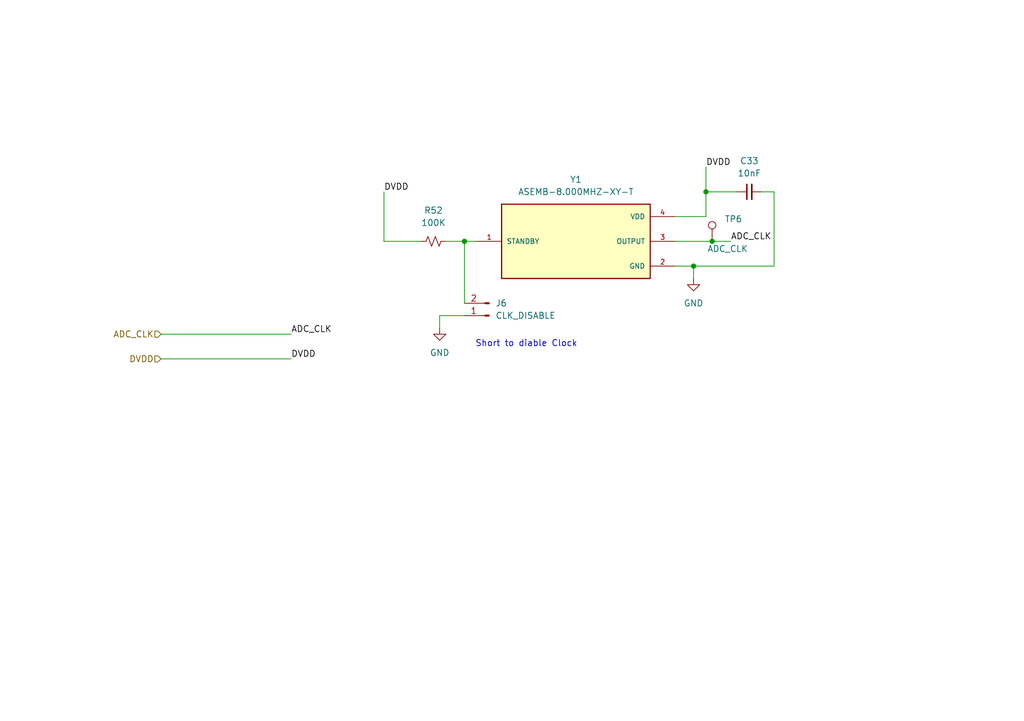
<source format=kicad_sch>
(kicad_sch (version 20231120) (generator "eeschema") (generator_version "8.0")
  (paper "A5")
  (lib_symbols
    (symbol "Connector:Conn_01x02_Pin" (pin_names (offset 1.016) hide)
      (property "Reference" "J" (at 0 2.54 0))
      (property "Value" "Conn_01x02_Pin" (at 0 -5.08 0))
      (symbol "Conn_01x02_Pin_1_1"
        (polyline (pts (xy 1.27 -2.54) (xy 0.8636 -2.54)) (stroke (width 0.1524)))
        (polyline (pts (xy 1.27 0) (xy 0.8636 0)) (stroke (width 0.1524)))
        (rectangle (start 0.8636 -2.413) (end 0 -2.667) (stroke (width 0.1524)) (fill (type outline)))
        (rectangle (start 0.8636 0.127) (end 0 -0.127) (stroke (width 0.1524)) (fill (type outline)))
        (pin passive line (at 5.08 0 180) (length 3.81) (name "Pin_1") (number "1"))
        (pin passive line (at 5.08 -2.54 180) (length 3.81) (name "Pin_2") (number "2"))
      )
    )
    (symbol "Connector:TestPoint" (pin_numbers hide) (pin_names (offset 0.762) hide)
      (property "Reference" "TP" (at 0 6.858 0))
      (property "Value" "TestPoint" (at 0 5.08 0))
      (symbol "TestPoint_0_1"
        (circle (center 0 3.302) (radius 0.762))
      )
      (symbol "TestPoint_1_1"
        (pin passive line (at 0 0 90) (length 2.54) (name "1") (number "1"))
      )
    )
    (symbol "Device:C_Small" (pin_numbers hide) (pin_names (offset 0.254) hide)
      (property "Reference" "C" (at 0.254 1.778 0))
      (property "Value" "C_Small" (at 0.254 -2.032 0))
      (symbol "C_Small_0_1"
        (polyline (pts (xy -1.524 -0.508) (xy 1.524 -0.508)) (stroke (width 0.3302)))
        (polyline (pts (xy -1.524 0.508) (xy 1.524 0.508)) (stroke (width 0.3048)))
      )
      (symbol "C_Small_1_1"
        (pin passive line (at 0 2.54 270) (length 2.032) (name "~") (number "1"))
        (pin passive line (at 0 -2.54 90) (length 2.032) (name "~") (number "2"))
      )
    )
    (symbol "Device:R_Small_US" (pin_numbers hide) (pin_names (offset 0.254) hide)
      (property "Reference" "R" (at 0.762 0.508 0))
      (property "Value" "R_Small_US" (at 0.762 -1.016 0))
      (symbol "R_Small_US_1_1"
        (polyline (pts (xy 0 0) (xy 1.016 -0.381) (xy 0 -0.762) (xy -1.016 -1.143) (xy 0 -1.524)))
        (polyline (pts (xy 0 1.524) (xy 1.016 1.143) (xy 0 0.762) (xy -1.016 0.381) (xy 0 0)))
        (pin passive line (at 0 2.54 270) (length 1.016) (name "~") (number "1"))
        (pin passive line (at 0 -2.54 90) (length 1.016) (name "~") (number "2"))
      )
    )
    (symbol "Project Symbol Library:ASEMB-8.000MHZ-XY-T" (pin_names (offset 1.016))
      (property "Reference" "Y" (at -15.24 8.128 0))
      (property "Value" "ASEMB-8.000MHZ-XY-T" (at -15.24 -10.16 0))
      (symbol "ASEMB-8.000MHZ-XY-T_0_0"
        (rectangle (start -15.24 -7.62) (end 15.24 7.62) (stroke (width 0.254)) (fill (type background)))
        (pin passive line (at -20.32 0 0) (length 5.08) (name "STANDBY") (number "1"))
        (pin power_in line (at 20.32 -5.08 180) (length 5.08) (name "GND") (number "2"))
        (pin output line (at 20.32 0 180) (length 5.08) (name "OUTPUT") (number "3"))
        (pin power_in line (at 20.32 5.08 180) (length 5.08) (name "VDD") (number "4"))
      )
    )
    (symbol "power:GND" (power) (pin_numbers hide) (pin_names (offset 0) hide)
      (property "Value" "GND" (at 0 -3.81 0))
      (symbol "GND_0_1"
        (polyline (pts (xy 0 0) (xy 0 -1.27) (xy 1.27 -1.27) (xy 0 -2.54) (xy -1.27 -1.27) (xy 0 -1.27)))
      )
      (symbol "GND_1_1"
        (pin power_in line (at 0 0 270) (length 0) (name "~") (number "1"))
      )
    )
  )
  (junction (at 146.05 49.53))
  (junction (at 142.24 54.61))
  (junction (at 144.78 39.37))
  (junction (at 95.25 49.53))
  (wire (pts (xy 95.25 49.53) (xy 97.79 49.53)))
  (wire (pts (xy 78.74 49.53) (xy 86.36 49.53)))
  (wire (pts (xy 95.25 49.53) (xy 95.25 62.23)))
  (wire (pts (xy 144.78 39.37) (xy 151.13 39.37)))
  (wire (pts (xy 138.43 49.53) (xy 146.05 49.53)))
  (wire (pts (xy 146.05 49.53) (xy 149.86 49.53)))
  (wire (pts (xy 158.75 39.37) (xy 158.75 54.61)))
  (wire (pts (xy 90.17 64.77) (xy 95.25 64.77)))
  (wire (pts (xy 78.74 39.37) (xy 78.74 49.53)))
  (wire (pts (xy 138.43 54.61) (xy 142.24 54.61)))
  (wire (pts (xy 33.02 73.66) (xy 59.69 73.66)))
  (wire (pts (xy 142.24 57.15) (xy 142.24 54.61)))
  (wire (pts (xy 144.78 39.37) (xy 144.78 44.45)))
  (wire (pts (xy 158.75 39.37) (xy 156.21 39.37)))
  (wire (pts (xy 144.78 44.45) (xy 138.43 44.45)))
  (wire (pts (xy 158.75 54.61) (xy 142.24 54.61)))
  (wire (pts (xy 91.44 49.53) (xy 95.25 49.53)))
  (wire (pts (xy 33.02 68.58) (xy 59.69 68.58)))
  (wire (pts (xy 144.78 34.29) (xy 144.78 39.37)))
  (wire (pts (xy 90.17 67.31) (xy 90.17 64.77)))
  (text "Short to diable Clock" (at 107.95 70.612 0) (effects (font (size 1.27 1.27))))
  (label "DVDD" (at 144.78 34.29 0))
  (label "DVDD" (at 59.69 73.66 0))
  (label "ADC_CLK" (at 59.69 68.58 0))
  (label "ADC_CLK" (at 149.86 49.53 0))
  (label "DVDD" (at 78.74 39.37 0))
  (hierarchical_label "DVDD" (shape input) (at 33.02 73.66 180))
  (hierarchical_label "ADC_CLK" (shape input) (at 33.02 68.58 180))
  (symbol (lib_id "Connector:Conn_01x02_Pin") (at 100.33 64.77 180) (unit 1)
    (property "Reference" "J6" (at 101.6 62.2299 0) (effects (justify right)))
    (property "Value" "CLK_DISABLE" (at 101.6 64.7699 0) (effects (justify right)))
    (property "Description" "Generic connector, single row, 01x02, script generated" (effects (hide yes)))
  )
  (symbol (lib_id "Project Symbol Library:ASEMB-8.000MHZ-XY-T") (at 118.11 49.53 0) (unit 1)
    (property "Reference" "Y1" (at 118.11 36.83 0))
    (property "Value" "ASEMB-8.000MHZ-XY-T" (at 118.11 39.37 0))
    (property "Footprint" "ASEMB-8.000MHZ-XY-T:XTAL_ASEMB-8.000MHZ-XY-T" (effects (hide yes)))
    (property "PARTREV" "1.4.2021" (effects (hide yes)))
    (property "STANDARD" "Manufacturer Recommendations" (effects (hide yes)))
    (property "SNAPEDA_PN" "ASEMB-8.000MHZ-XY-T" (effects (hide yes)))
    (property "MAXIMUM_PACKAGE_HEIGHT" "0.9 mm" (effects (hide yes)))
    (property "MANUFACTURER" "Abracon" (effects (hide yes)))
  )
  (symbol (lib_id "power:GND") (at 90.17 67.31 0) (unit 1)
    (property "Reference" "#PWR054" (effects (hide yes)))
    (property "Value" "GND" (at 90.17 72.39 0))
    (property "Description" "Power symbol creates a global label with name \"GND\" , ground" (effects (hide yes)))
  )
  (symbol (lib_id "Connector:TestPoint") (at 146.05 49.53 0) (unit 1)
    (property "Reference" "TP6" (at 148.59 44.9579 0) (effects (justify left)))
    (property "Value" "ADC_CLK" (at 145.034 51.054 0) (effects (justify left)))
    (property "Description" "test point" (effects (hide yes)))
  )
  (symbol (lib_id "Device:C_Small") (at 153.67 39.37 90) (unit 1)
    (property "Reference" "C33" (at 153.6763 33.02 90))
    (property "Value" "10nF" (at 153.6763 35.56 90))
    (property "Description" "Unpolarized capacitor, small symbol" (effects (hide yes)))
  )
  (symbol (lib_id "power:GND") (at 142.24 57.15 0) (unit 1)
    (property "Reference" "#PWR056" (effects (hide yes)))
    (property "Value" "GND" (at 142.24 62.23 0))
    (property "Description" "Power symbol creates a global label with name \"GND\" , ground" (effects (hide yes)))
  )
  (symbol (lib_id "Device:R_Small_US") (at 88.9 49.53 90) (unit 1)
    (property "Reference" "R52" (at 88.9 43.18 90))
    (property "Value" "100K" (at 88.9 45.72 90))
    (property "Description" "Resistor, small US symbol" (effects (hide yes)))
  )
)
</source>
